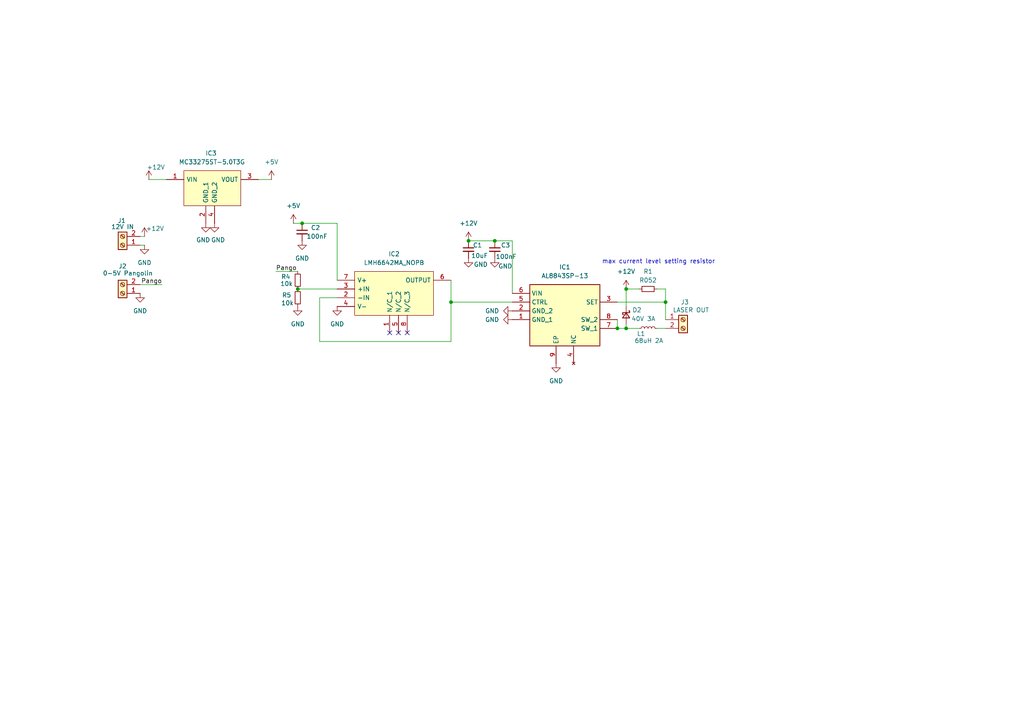
<source format=kicad_sch>
(kicad_sch (version 20250114) (generator "eeschema") (generator_version "9.0")
  (paper "A4")
  (lib_symbols
    (symbol "Connector:Screw_Terminal_01x02" (pin_names (offset 1.016) (hide yes))
      (property "Reference" "J" (at 0 2.54 0))
      (property "Value" "Screw_Terminal_01x02" (at 0 -5.08 0))
      (symbol "Screw_Terminal_01x02_1_1"
        (rectangle (start -1.27 1.27) (end 1.27 -3.81) (stroke (width 0.254)) (fill (type background)))
        (polyline (pts (xy -0.5334 0.3302) (xy 0.3302 -0.508)) (stroke (width 0.1524)))
        (polyline (pts (xy -0.5334 -2.2098) (xy 0.3302 -3.048)) (stroke (width 0.1524)))
        (polyline (pts (xy -0.3556 0.508) (xy 0.508 -0.3302)) (stroke (width 0.1524)))
        (polyline (pts (xy -0.3556 -2.032) (xy 0.508 -2.8702)) (stroke (width 0.1524)))
        (circle (center 0 0) (radius 0.635) (stroke (width 0.1524)))
        (circle (center 0 -2.54) (radius 0.635) (stroke (width 0.1524)))
        (pin passive line (at -5.08 0 0) (length 3.81) (name "Pin_1") (number "1"))
        (pin passive line (at -5.08 -2.54 0) (length 3.81) (name "Pin_2") (number "2"))
      )
    )
    (symbol "Device:C_Small" (pin_numbers (hide yes)) (pin_names (offset 0.254) (hide yes))
      (property "Reference" "C" (at 0.254 1.778 0))
      (property "Value" "C_Small" (at 0.254 -2.032 0))
      (symbol "C_Small_0_1"
        (polyline (pts (xy -1.524 0.508) (xy 1.524 0.508)) (stroke (width 0.3048)))
        (polyline (pts (xy -1.524 -0.508) (xy 1.524 -0.508)) (stroke (width 0.3302)))
      )
      (symbol "C_Small_1_1"
        (pin passive line (at 0 2.54 270) (length 2.032) (name "~") (number "1"))
        (pin passive line (at 0 -2.54 90) (length 2.032) (name "~") (number "2"))
      )
    )
    (symbol "Device:D_Schottky_Small" (pin_numbers (hide yes)) (pin_names (offset 0.254) (hide yes))
      (property "Reference" "D" (at -1.27 2.032 0))
      (property "Value" "D_Schottky_Small" (at -7.112 -2.032 0))
      (symbol "D_Schottky_Small_0_1"
        (polyline (pts (xy -1.27 0.762) (xy -1.27 1.016) (xy -0.762 1.016) (xy -0.762 -1.016) (xy -0.254 -1.016) (xy -0.254 -0.762)) (stroke (width 0.254)))
        (polyline (pts (xy -0.762 0) (xy 0.762 0)))
        (polyline (pts (xy 0.762 -1.016) (xy -0.762 0) (xy 0.762 1.016) (xy 0.762 -1.016)) (stroke (width 0.254)))
      )
      (symbol "D_Schottky_Small_1_1"
        (pin passive line (at -2.54 0 0) (length 1.778) (name "K") (number "1"))
        (pin passive line (at 2.54 0 180) (length 1.778) (name "A") (number "2"))
      )
    )
    (symbol "Device:L_Small" (pin_numbers (hide yes)) (pin_names (offset 0.254) (hide yes))
      (property "Reference" "L" (at 0.762 1.016 0))
      (property "Value" "L_Small" (at 0.762 -1.016 0))
      (symbol "L_Small_0_1"
        (arc (start 0 2.032) (mid 0.5058 1.524) (end 0 1.016))
        (arc (start 0 1.016) (mid 0.5058 0.508) (end 0 0))
        (arc (start 0 0) (mid 0.5058 -0.508) (end 0 -1.016))
        (arc (start 0 -1.016) (mid 0.5058 -1.524) (end 0 -2.032))
      )
      (symbol "L_Small_1_1"
        (pin passive line (at 0 2.54 270) (length 0.508) (name "~") (number "1"))
        (pin passive line (at 0 -2.54 90) (length 0.508) (name "~") (number "2"))
      )
    )
    (symbol "Device:R_Small" (pin_numbers (hide yes)) (pin_names (offset 0.254) (hide yes))
      (property "Reference" "R" (at 0.762 0.508 0))
      (property "Value" "R_Small" (at 0.762 -1.016 0))
      (symbol "R_Small_0_1"
        (rectangle (start -0.762 1.778) (end 0.762 -1.778) (stroke (width 0.2032)))
      )
      (symbol "R_Small_1_1"
        (pin passive line (at 0 2.54 270) (length 0.762) (name "~") (number "1"))
        (pin passive line (at 0 -2.54 90) (length 0.762) (name "~") (number "2"))
      )
    )
    (symbol "SamacSys_Parts:LMH6642MA_NOPB" (pin_names (offset 0.762))
      (property "Reference" "IC2" (at 16.51 7.62 0))
      (property "Value" "LMH6642MA_NOPB" (at 16.51 5.08 0))
      (symbol "LMH6642MA_NOPB_0_0"
        (pin passive line (at 0 0 0) (length 5.08) (name "V+") (number "7"))
        (pin passive line (at 0 -2.54 0) (length 5.08) (name "+IN") (number "3"))
        (pin passive line (at 0 -5.08 0) (length 5.08) (name "-IN") (number "2"))
        (pin passive line (at 0 -7.62 0) (length 5.08) (name "V-") (number "4"))
        (pin passive line (at 15.24 -15.24 90) (length 5.08) (name "N/C_1") (number "1"))
        (pin passive line (at 17.78 -15.24 90) (length 5.08) (name "N/C_2") (number "5"))
        (pin passive line (at 20.32 -15.24 90) (length 5.08) (name "N/C_3") (number "8"))
        (pin passive line (at 33.02 0 180) (length 5.08) (name "OUTPUT") (number "6"))
      )
      (symbol "LMH6642MA_NOPB_1_1"
        (polyline (pts (xy 5.08 2.54) (xy 27.94 2.54) (xy 27.94 -10.16) (xy 5.08 -10.16) (xy 5.08 2.54)) (stroke (width 0.1524)) (fill (type background)))
      )
    )
    (symbol "SamacSys_Parts:MC33275ST-5.0T3G" (pin_names (offset 0.762))
      (property "Reference" "IC3" (at 12.954 7.62 0))
      (property "Value" "MC33275ST-5.0T3G" (at 13.208 5.08 0))
      (symbol "MC33275ST-5.0T3G_0_0"
        (pin passive line (at 0 0 0) (length 5.08) (name "VIN") (number "1"))
        (pin passive line (at 11.43 -12.7 90) (length 5.08) (name "GND_1") (number "2"))
        (pin passive line (at 13.97 -12.7 90) (length 5.08) (name "GND_2") (number "4"))
        (pin passive line (at 26.67 0 180) (length 5.08) (name "VOUT") (number "3"))
      )
      (symbol "MC33275ST-5.0T3G_1_1"
        (polyline (pts (xy 5.08 2.54) (xy 21.59 2.54) (xy 21.59 -7.62) (xy 5.08 -7.62) (xy 5.08 2.54)) (stroke (width 0.1524)) (fill (type background)))
      )
    )
    (symbol "power:+12V" (power) (pin_numbers (hide yes)) (pin_names (offset 0) (hide yes))
      (property "Value" "+12V" (at 0 3.556 0))
      (symbol "+12V_0_1"
        (polyline (pts (xy -0.762 1.27) (xy 0 2.54)))
        (polyline (pts (xy 0 2.54) (xy 0.762 1.27)))
        (polyline (pts (xy 0 0) (xy 0 2.54)))
      )
      (symbol "+12V_1_1"
        (pin power_in line (at 0 0 90) (length 0) (name "~") (number "1"))
      )
    )
    (symbol "power:+5V" (power) (pin_numbers (hide yes)) (pin_names (offset 0) (hide yes))
      (property "Value" "+5V" (at 0 3.556 0))
      (symbol "+5V_0_1"
        (polyline (pts (xy -0.762 1.27) (xy 0 2.54)))
        (polyline (pts (xy 0 2.54) (xy 0.762 1.27)))
        (polyline (pts (xy 0 0) (xy 0 2.54)))
      )
      (symbol "+5V_1_1"
        (pin power_in line (at 0 0 90) (length 0) (name "~") (number "1"))
      )
    )
    (symbol "power:GND" (power) (pin_numbers (hide yes)) (pin_names (offset 0) (hide yes))
      (property "Value" "GND" (at 0 -3.81 0))
      (symbol "GND_0_1"
        (polyline (pts (xy 0 0) (xy 0 -1.27) (xy 1.27 -1.27) (xy 0 -2.54) (xy -1.27 -1.27) (xy 0 -1.27)))
      )
      (symbol "GND_1_1"
        (pin power_in line (at 0 0 270) (length 0) (name "~") (number "1"))
      )
    )
    (symbol "user_lib:AL8843SP-13"
      (property "Reference" "IC1" (at 15.24 7.62 0))
      (property "Value" "AL8843SP-13" (at 15.24 5.08 0))
      (symbol "AL8843SP-13_1_1"
        (rectangle (start 5.08 2.54) (end 25.4 -15.24) (stroke (width 0.254)) (fill (type background)))
        (pin passive line (at 0 0 0) (length 5.08) (name "VIN") (number "6"))
        (pin passive line (at 0 -2.54 0) (length 5.08) (name "CTRL") (number "5"))
        (pin passive line (at 0 -5.08 0) (length 5.08) (name "GND_2") (number "2"))
        (pin passive line (at 0 -7.62 0) (length 5.08) (name "GND_1") (number "1"))
        (pin passive line (at 12.7 -20.32 90) (length 5.08) (name "EP") (number "9"))
        (pin no_connect line (at 17.78 -20.32 90) (length 5.08) (name "NC") (number "4"))
        (pin passive line (at 30.48 -2.54 180) (length 5.08) (name "SET") (number "3"))
        (pin passive line (at 30.48 -7.62 180) (length 5.08) (name "SW_2") (number "8"))
        (pin passive line (at 30.48 -10.16 180) (length 5.08) (name "SW_1") (number "7"))
      )
    )
  )
  (text "max current level setting resistor\n" (at 191.008 75.946 0) (effects (font (size 1.27 1.27))))
  (junction (at 86.36 83.82))
  (junction (at 181.61 83.82))
  (junction (at 193.04 87.63))
  (junction (at 143.51 69.85))
  (junction (at 181.61 95.25))
  (junction (at 130.81 87.63))
  (junction (at 135.89 69.85))
  (junction (at 87.63 64.77))
  (junction (at 179.07 95.25))
  (no_connect (at 118.11 96.52))
  (no_connect (at 113.03 96.52))
  (no_connect (at 115.57 96.52))
  (wire (pts (xy 80.01 78.74) (xy 86.36 78.74)))
  (wire (pts (xy 190.5 95.25) (xy 193.04 95.25)))
  (wire (pts (xy 41.91 71.12) (xy 40.64 71.12)))
  (wire (pts (xy 193.04 83.82) (xy 193.04 87.63)))
  (wire (pts (xy 130.81 87.63) (xy 148.59 87.63)))
  (wire (pts (xy 92.71 86.36) (xy 92.71 99.06)))
  (wire (pts (xy 92.71 99.06) (xy 130.81 99.06)))
  (wire (pts (xy 181.61 83.82) (xy 181.61 88.9)))
  (wire (pts (xy 181.61 95.25) (xy 185.42 95.25)))
  (wire (pts (xy 41.91 68.58) (xy 40.64 68.58)))
  (wire (pts (xy 87.63 64.77) (xy 97.79 64.77)))
  (wire (pts (xy 74.93 52.07) (xy 78.74 52.07)))
  (wire (pts (xy 181.61 83.82) (xy 185.42 83.82)))
  (wire (pts (xy 130.81 81.28) (xy 130.81 87.63)))
  (wire (pts (xy 179.07 87.63) (xy 193.04 87.63)))
  (wire (pts (xy 97.79 86.36) (xy 92.71 86.36)))
  (wire (pts (xy 179.07 95.25) (xy 181.61 95.25)))
  (wire (pts (xy 181.61 93.98) (xy 181.61 95.25)))
  (wire (pts (xy 179.07 92.71) (xy 179.07 95.25)))
  (wire (pts (xy 46.99 82.55) (xy 40.64 82.55)))
  (wire (pts (xy 143.51 69.85) (xy 148.59 69.85)))
  (wire (pts (xy 43.18 52.07) (xy 48.26 52.07)))
  (wire (pts (xy 193.04 87.63) (xy 193.04 92.71)))
  (wire (pts (xy 97.79 64.77) (xy 97.79 81.28)))
  (wire (pts (xy 130.81 87.63) (xy 130.81 99.06)))
  (wire (pts (xy 148.59 69.85) (xy 148.59 85.09)))
  (wire (pts (xy 85.09 64.77) (xy 87.63 64.77)))
  (wire (pts (xy 86.36 83.82) (xy 97.79 83.82)))
  (wire (pts (xy 190.5 83.82) (xy 193.04 83.82)))
  (wire (pts (xy 135.89 69.85) (xy 143.51 69.85)))
  (label "Pango" (at 46.99 82.55 180))
  (label "Pango" (at 80.01 78.74 0))
  (symbol (lib_id "power:GND") (at 148.59 90.17 270) (unit 1)
    (property "Reference" "#PWR09" (effects (hide yes)))
    (property "Value" "GND" (at 144.78 90.1699 90) (effects (justify right)))
    (property "Description" "Power symbol creates a global label with name \"GND\" , ground" (effects (hide yes)))
  )
  (symbol (lib_id "power:+12V") (at 43.18 52.07 0) (unit 1)
    (property "Reference" "#PWR018" (effects (hide yes)))
    (property "Value" "+12V" (at 45.212 48.514 0))
    (property "Description" "Power symbol creates a global label with name \"+12V\"" (effects (hide yes)))
  )
  (symbol (lib_id "Connector:Screw_Terminal_01x02") (at 35.56 71.12 180) (unit 1)
    (property "Reference" "J1" (at 35.306 64.008 0))
    (property "Value" "12V IN" (at 35.56 65.786 0))
    (property "Footprint" "TerminalBlock:TerminalBlock_bornier-2_P5.08mm" (effects (hide yes)))
    (property "Description" "Generic screw terminal, single row, 01x02, script generated (kicad-library-utils/schlib/autogen/connector/)" (effects (hide yes)))
  )
  (symbol (lib_id "power:+5V") (at 85.09 64.77 0) (unit 1)
    (property "Reference" "#PWR03" (effects (hide yes)))
    (property "Value" "+5V" (at 85.09 59.69 0))
    (property "Description" "Power symbol creates a global label with name \"+5V\"" (effects (hide yes)))
  )
  (symbol (lib_id "Device:C_Small") (at 87.63 67.31 0) (unit 1)
    (property "Reference" "C2" (at 90.17 66.0462 0) (effects (justify left)))
    (property "Value" "100nF" (at 88.9 68.58 0) (effects (justify left)))
    (property "Footprint" "Capacitor_SMD:C_1206_3216Metric_Pad1.33x1.80mm_HandSolder" (effects (hide yes)))
    (property "Description" "Unpolarized capacitor, small symbol" (effects (hide yes)))
  )
  (symbol (lib_id "user_lib:AL8843SP-13") (at 148.59 85.09 0) (unit 1)
    (property "Reference" "IC1" (at 163.83 77.47 0))
    (property "Value" "AL8843SP-13" (at 163.83 80.01 0))
    (property "Footprint" "Library:SOIC127P600X163-9N" (effects (hide yes)))
    (property "Datasheet" "https://www.diodes.com//assets/Datasheets/AL8843.pdf" (effects (hide yes)))
    (property "Description" "Wide Input Voltage Range: 4.5V to 40V  Output Current up to 3A  Internal 40V NDMOS Switch  Typical 4% Output Current Accuracy  Single Pin for On/Off and Brightness Control by DC Voltage or PWM Signal  Recommended Analog Dimming Range: 10% to 100%  Soft-Start  High Efficiency (Up to 97%)  LED Short Protection  Inherent Open-Circuit LED Protection  Over Temperature Protection (OTP)  Up to 1MHz Switching Frequency  SO-8EP Package Available in Green Molding Compound (No Br, Sb)  To" (effects (hide yes)))
    (property "Height" "1.63" (effects (hide yes)))
    (property "Mouser Part Number" "621-AL8843SP-13" (effects (hide yes)))
    (property "Mouser Price/Stock" "https://www.mouser.co.uk/ProductDetail/Diodes-Incorporated/AL8843SP-13?qs=W0yvOO0ixfGIfc2b%252B8ZHVA%3D%3D" (effects (hide yes)))
    (property "Manufacturer_Name" "Diodes Incorporated" (effects (hide yes)))
    (property "Manufacturer_Part_Number" "AL8843SP-13" (effects (hide yes)))
  )
  (symbol (lib_id "power:+5V") (at 78.74 52.07 0) (unit 1)
    (property "Reference" "#PWR02" (effects (hide yes)))
    (property "Value" "+5V" (at 78.74 46.99 0))
    (property "Description" "Power symbol creates a global label with name \"+5V\"" (effects (hide yes)))
  )
  (symbol (lib_id "Connector:Screw_Terminal_01x02") (at 198.12 92.71 0) (unit 1)
    (property "Reference" "J3" (at 198.628 87.63 0))
    (property "Value" "LASER OUT" (at 200.406 89.916 0))
    (property "Footprint" "TerminalBlock:TerminalBlock_bornier-2_P5.08mm" (effects (hide yes)))
    (property "Description" "Generic screw terminal, single row, 01x02, script generated (kicad-library-utils/schlib/autogen/connector/)" (effects (hide yes)))
  )
  (symbol (lib_id "power:GND") (at 86.36 88.9 0) (unit 1)
    (property "Reference" "#PWR014" (effects (hide yes)))
    (property "Value" "GND" (at 86.36 93.98 0))
    (property "Description" "Power symbol creates a global label with name \"GND\" , ground" (effects (hide yes)))
  )
  (symbol (lib_id "power:GND") (at 135.89 74.93 0) (unit 1)
    (property "Reference" "#PWR010" (effects (hide yes)))
    (property "Value" "GND" (at 139.446 76.708 0))
    (property "Description" "Power symbol creates a global label with name \"GND\" , ground" (effects (hide yes)))
  )
  (symbol (lib_id "Device:C_Small") (at 143.51 72.39 0) (unit 1)
    (property "Reference" "C3" (at 145.288 71.12 0) (effects (justify left)))
    (property "Value" "100nF" (at 143.764 74.422 0) (effects (justify left)))
    (property "Footprint" "Capacitor_SMD:C_1206_3216Metric_Pad1.33x1.80mm_HandSolder" (effects (hide yes)))
    (property "Description" "Unpolarized capacitor, small symbol" (effects (hide yes)))
  )
  (symbol (lib_id "power:GND") (at 148.59 92.71 270) (unit 1)
    (property "Reference" "#PWR08" (effects (hide yes)))
    (property "Value" "GND" (at 144.78 92.7099 90) (effects (justify right)))
    (property "Description" "Power symbol creates a global label with name \"GND\" , ground" (effects (hide yes)))
  )
  (symbol (lib_id "Device:L_Small") (at 187.96 95.25 90) (unit 1)
    (property "Reference" "L1" (at 185.928 96.774 90))
    (property "Value" "68uH 2A" (at 188.214 98.806 90))
    (property "Footprint" "SamacSys_Parts:INDPM172172X700N" (effects (hide yes)))
    (property "Description" "Inductor, small symbol" (effects (hide yes)))
  )
  (symbol (lib_id "power:GND") (at 143.51 74.93 0) (unit 1)
    (property "Reference" "#PWR019" (effects (hide yes)))
    (property "Value" "GND" (at 146.558 77.216 0))
    (property "Description" "Power symbol creates a global label with name \"GND\" , ground" (effects (hide yes)))
  )
  (symbol (lib_id "Device:D_Schottky_Small") (at 181.61 91.44 270) (unit 1)
    (property "Reference" "D2" (at 183.388 89.916 90) (effects (justify left)))
    (property "Value" "40V 3A" (at 183.134 92.456 90) (effects (justify left)))
    (property "Footprint" "Diode_SMD:D_SMA_Handsoldering" (effects (hide yes)))
    (property "Description" "Schottky diode, small symbol" (effects (hide yes)))
  )
  (symbol (lib_id "SamacSys_Parts:MC33275ST-5.0T3G") (at 48.26 52.07 0) (unit 1)
    (property "Reference" "IC3" (at 61.214 44.45 0))
    (property "Value" "MC33275ST-5.0T3G" (at 61.468 46.99 0))
    (property "Footprint" "SOT230P700X175-4N" (effects (hide yes)))
    (property "Datasheet" "https://www.onsemi.com/pub/Collateral/MC33275-D.PDF" (effects (hide yes)))
    (property "Description" "Low Quiescent Current (125 mA); Internal Current and Thermal Limiting; Low Input-to-Output Voltage Differential of 25 mV at IO = 10mA, and 260 mV at IO = 300 mA; Extremely Tight Line and Load Regulation; Stable with Output Capacitance of only 0.33 mF for 2.5 V Output Voltage" (effects (hide yes)))
    (property "Description_1" "Low Quiescent Current (125 mA); Internal Current and Thermal Limiting; Low Input-to-Output Voltage Differential of 25 mV at IO = 10mA, and 260 mV at IO = 300 mA; Extremely Tight Line and Load Regulation; Stable with Output Capacitance of only 0.33 mF for 2.5 V Output Voltage" (effects (hide yes)))
    (property "Height" "1.75" (effects (hide yes)))
    (property "Manufacturer_Name" "onsemi" (effects (hide yes)))
    (property "Manufacturer_Part_Number" "MC33275ST-5.0T3G" (effects (hide yes)))
    (property "Mouser Part Number" "863-MC33275ST-5.0T3G" (effects (hide yes)))
    (property "Mouser Price/Stock" "https://www.mouser.co.uk/ProductDetail/onsemi/MC33275ST-5.0T3G?qs=dFKnUM%2FquJaOmTNxirA3iA%3D%3D" (effects (hide yes)))
    (property "Arrow Part Number" "MC33275ST-5.0T3G" (effects (hide yes)))
    (property "Arrow Price/Stock" "https://www.arrow.com/en/products/mc33275st-5.0t3g/on-semiconductor" (effects (hide yes)))
  )
  (symbol (lib_id "power:GND") (at 59.69 64.77 0) (unit 1)
    (property "Reference" "#PWR06" (effects (hide yes)))
    (property "Value" "GND" (at 58.928 69.596 0))
    (property "Description" "Power symbol creates a global label with name \"GND\" , ground" (effects (hide yes)))
  )
  (symbol (lib_id "Device:C_Small") (at 135.89 72.39 0) (unit 1)
    (property "Reference" "C1" (at 137.16 71.12 0) (effects (justify left)))
    (property "Value" "10uF" (at 136.652 74.168 0) (effects (justify left)))
    (property "Footprint" "Capacitor_SMD:C_1206_3216Metric_Pad1.33x1.80mm_HandSolder" (effects (hide yes)))
    (property "Description" "Unpolarized capacitor, small symbol" (effects (hide yes)))
  )
  (symbol (lib_id "Device:R_Small") (at 187.96 83.82 90) (unit 1)
    (property "Reference" "R1" (at 187.96 78.74 90))
    (property "Value" "R052" (at 187.96 81.28 90))
    (property "Footprint" "Resistor_SMD:R_0201_0603Metric_Pad0.64x0.40mm_HandSolder" (effects (hide yes)))
    (property "Description" "Resistor, small symbol" (effects (hide yes)))
  )
  (symbol (lib_id "Connector:Screw_Terminal_01x02") (at 35.56 85.09 180) (unit 1)
    (property "Reference" "J2" (at 35.56 77.216 0))
    (property "Value" "0-5V Pangolin" (at 37.084 79.248 0))
    (property "Footprint" "TerminalBlock:TerminalBlock_bornier-2_P5.08mm" (effects (hide yes)))
    (property "Description" "Generic screw terminal, single row, 01x02, script generated (kicad-library-utils/schlib/autogen/connector/)" (effects (hide yes)))
  )
  (symbol (lib_id "Device:R_Small") (at 86.36 81.28 0) (unit 1)
    (property "Reference" "R4" (at 81.534 80.264 0) (effects (justify left)))
    (property "Value" "10k" (at 81.28 82.296 0) (effects (justify left)))
    (property "Footprint" "Resistor_SMD:R_1206_3216Metric_Pad1.30x1.75mm_HandSolder" (effects (hide yes)))
    (property "Description" "Resistor, small symbol" (effects (hide yes)))
  )
  (symbol (lib_id "SamacSys_Parts:LMH6642MA_NOPB") (at 97.79 81.28 0) (unit 1)
    (property "Reference" "IC2" (at 114.3 73.66 0))
    (property "Value" "LMH6642MA_NOPB" (at 114.3 76.2 0))
    (property "Footprint" "SamacSys_Parts:SOIC127P600X175-8N" (effects (hide yes)))
    (property "Datasheet" "http://www.ti.com/lit/ds/symlink/lmh6642.pdf" (effects (hide yes)))
    (property "Description" "Single Channel, Low Power, 130MHz, 75mA Rail-to-Rail Output Amplifier" (effects (hide yes)))
    (property "Description_1" "Single Channel, Low Power, 130MHz, 75mA Rail-to-Rail Output Amplifier" (effects (hide yes)))
    (property "Height" "1.75" (effects (hide yes)))
    (property "Manufacturer_Name" "Texas Instruments" (effects (hide yes)))
    (property "Manufacturer_Part_Number" "LMH6642MA/NOPB" (effects (hide yes)))
    (property "Mouser Part Number" "926-LMH6642MA/NOPB" (effects (hide yes)))
    (property "Mouser Price/Stock" "https://www.mouser.co.uk/ProductDetail/Texas-Instruments/LMH6642MA-NOPB?qs=7lkVKPoqpbZQ5AEKvaoUpQ%3D%3D" (effects (hide yes)))
    (property "Arrow Part Number" "LMH6642MA/NOPB" (effects (hide yes)))
    (property "Arrow Price/Stock" "https://www.arrow.com/en/products/lmh6642manopb/texas-instruments?utm_currency=USD&region=europe" (effects (hide yes)))
  )
  (symbol (lib_id "power:GND") (at 41.91 71.12 0) (unit 1)
    (property "Reference" "#PWR05" (effects (hide yes)))
    (property "Value" "GND" (at 41.91 76.2 0))
    (property "Description" "Power symbol creates a global label with name \"GND\" , ground" (effects (hide yes)))
  )
  (symbol (lib_id "power:GND") (at 62.23 64.77 0) (unit 1)
    (property "Reference" "#PWR013" (effects (hide yes)))
    (property "Value" "GND" (at 63.246 69.596 0))
    (property "Description" "Power symbol creates a global label with name \"GND\" , ground" (effects (hide yes)))
  )
  (symbol (lib_id "power:+12V") (at 181.61 83.82 0) (unit 1)
    (property "Reference" "#PWR012" (effects (hide yes)))
    (property "Value" "+12V" (at 181.61 78.74 0))
    (property "Description" "Power symbol creates a global label with name \"+12V\"" (effects (hide yes)))
  )
  (symbol (lib_id "power:GND") (at 97.79 88.9 0) (unit 1)
    (property "Reference" "#PWR015" (effects (hide yes)))
    (property "Value" "GND" (at 97.79 93.98 0))
    (property "Description" "Power symbol creates a global label with name \"GND\" , ground" (effects (hide yes)))
  )
  (symbol (lib_id "power:GND") (at 161.29 105.41 0) (unit 1)
    (property "Reference" "#PWR01" (effects (hide yes)))
    (property "Value" "GND" (at 161.29 110.49 0))
    (property "Description" "Power symbol creates a global label with name \"GND\" , ground" (effects (hide yes)))
  )
  (symbol (lib_id "power:GND") (at 87.63 69.85 0) (unit 1)
    (property "Reference" "#PWR017" (effects (hide yes)))
    (property "Value" "GND" (at 87.63 74.93 0))
    (property "Description" "Power symbol creates a global label with name \"GND\" , ground" (effects (hide yes)))
  )
  (symbol (lib_id "Device:R_Small") (at 86.36 86.36 0) (unit 1)
    (property "Reference" "R5" (at 81.788 85.598 0) (effects (justify left)))
    (property "Value" "10k" (at 81.534 87.884 0) (effects (justify left)))
    (property "Footprint" "Resistor_SMD:R_1206_3216Metric_Pad1.30x1.75mm_HandSolder" (effects (hide yes)))
    (property "Description" "Resistor, small symbol" (effects (hide yes)))
  )
  (symbol (lib_id "power:GND") (at 40.64 85.09 0) (unit 1)
    (property "Reference" "#PWR04" (effects (hide yes)))
    (property "Value" "GND" (at 40.64 90.17 0))
    (property "Description" "Power symbol creates a global label with name \"GND\" , ground" (effects (hide yes)))
  )
  (symbol (lib_id "power:+12V") (at 41.91 68.58 0) (unit 1)
    (property "Reference" "#PWR07" (effects (hide yes)))
    (property "Value" "+12V" (at 44.958 66.294 0))
    (property "Description" "Power symbol creates a global label with name \"+12V\"" (effects (hide yes)))
  )
  (symbol (lib_id "power:+12V") (at 135.89 69.85 0) (unit 1)
    (property "Reference" "#PWR011" (effects (hide yes)))
    (property "Value" "+12V" (at 135.89 64.77 0))
    (property "Description" "Power symbol creates a global label with name \"+12V\"" (effects (hide yes)))
  )
)
</source>
